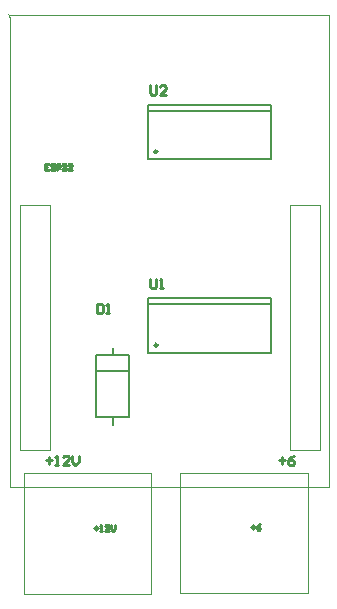
<source format=gbr>
%TF.GenerationSoftware,Altium Limited,Altium Designer,24.7.2 (38)*%
G04 Layer_Color=65535*
%FSLAX45Y45*%
%MOMM*%
%TF.SameCoordinates,2370CFE6-064A-4C8F-A3BC-26C693B17082*%
%TF.FilePolarity,Positive*%
%TF.FileFunction,Legend,Top*%
%TF.Part,Single*%
G01*
G75*
%TA.AperFunction,NonConductor*%
%ADD10C,0.25400*%
%ADD22C,0.10000*%
%ADD23C,0.25000*%
%ADD24C,0.20000*%
D10*
X736223Y3710484D02*
X702900D01*
Y3660500D01*
X736223D01*
X702900Y3685492D02*
X719561D01*
X786206Y3702153D02*
X777876Y3710484D01*
X761214D01*
X752884Y3702153D01*
Y3693822D01*
X761214Y3685492D01*
X777876D01*
X786206Y3677161D01*
Y3668831D01*
X777876Y3660500D01*
X761214D01*
X752884Y3668831D01*
X802867Y3660500D02*
Y3710484D01*
X827859D01*
X836190Y3702153D01*
Y3685492D01*
X827859Y3677161D01*
X802867D01*
X852851Y3702153D02*
X861182Y3710484D01*
X877843D01*
X886173Y3702153D01*
Y3693822D01*
X877843Y3685492D01*
X869512D01*
X877843D01*
X886173Y3677161D01*
Y3668831D01*
X877843Y3660500D01*
X861182D01*
X852851Y3668831D01*
X936157Y3660500D02*
X902835D01*
X936157Y3693822D01*
Y3702153D01*
X927826Y3710484D01*
X911165D01*
X902835Y3702153D01*
X2446300Y634592D02*
X2479623D01*
X2462961Y651253D02*
Y617931D01*
X2529606Y659584D02*
X2512945Y651253D01*
X2496284Y634592D01*
Y617931D01*
X2504614Y609600D01*
X2521276D01*
X2529606Y617931D01*
Y626261D01*
X2521276Y634592D01*
X2496284D01*
X1121400Y630392D02*
X1154723D01*
X1138061Y647053D02*
Y613731D01*
X1171384Y605400D02*
X1188045D01*
X1179714D01*
Y655384D01*
X1171384Y647053D01*
X1246359Y605400D02*
X1213037D01*
X1246359Y638723D01*
Y647053D01*
X1238029Y655384D01*
X1221368D01*
X1213037Y647053D01*
X1263021Y655384D02*
Y622061D01*
X1279682Y605400D01*
X1296343Y622061D01*
Y655384D01*
X1595120Y4375114D02*
Y4308469D01*
X1608449Y4295140D01*
X1635107D01*
X1648436Y4308469D01*
Y4375114D01*
X1728410Y4295140D02*
X1675094D01*
X1728410Y4348456D01*
Y4361785D01*
X1715081Y4375114D01*
X1688423D01*
X1675094Y4361785D01*
X1595120Y2736814D02*
Y2670169D01*
X1608449Y2656840D01*
X1635107D01*
X1648436Y2670169D01*
Y2736814D01*
X1675094Y2656840D02*
X1701752D01*
X1688423D01*
Y2736814D01*
X1675094Y2723485D01*
X710045Y1200000D02*
X763361D01*
X736703Y1226658D02*
Y1173342D01*
X790020Y1160013D02*
X816678D01*
X803349D01*
Y1239987D01*
X790020Y1226658D01*
X909981Y1160013D02*
X856665D01*
X909981Y1213329D01*
Y1226658D01*
X896652Y1239987D01*
X869994D01*
X856665Y1226658D01*
X936639Y1239987D02*
Y1186671D01*
X963297Y1160013D01*
X989955Y1186671D01*
Y1239987D01*
X2683355Y1200000D02*
X2736671D01*
X2710013Y1226658D02*
Y1173342D01*
X2816645Y1239987D02*
X2789987Y1226658D01*
X2763329Y1200000D01*
Y1173342D01*
X2776658Y1160013D01*
X2803316D01*
X2816645Y1173342D01*
Y1186671D01*
X2803316Y1200000D01*
X2763329D01*
X1143000Y2525994D02*
Y2446020D01*
X1182987D01*
X1196316Y2459349D01*
Y2512665D01*
X1182987Y2525994D01*
X1143000D01*
X1222974Y2446020D02*
X1249632D01*
X1236303D01*
Y2525994D01*
X1222974Y2512665D01*
D22*
X407500Y4950958D02*
G03*
X397500Y4975100I-34142J0D01*
G01*
X497500Y3365100D02*
X747500D01*
X497500Y1285100D02*
Y3365100D01*
Y1285100D02*
X747500D01*
Y3365100D01*
X3107500Y975100D02*
Y4975100D01*
X397500D02*
X3107500D01*
X407500Y975100D02*
Y4950958D01*
Y975100D02*
X3107500D01*
X2783500Y3365100D02*
X3033500D01*
X2783500Y1285100D02*
Y3365100D01*
Y1285100D02*
X3033500D01*
Y3365100D01*
X1850900Y1094200D02*
X2930900D01*
X1850900Y74200D02*
Y1094200D01*
Y74200D02*
X2930900D01*
Y1094200D01*
X526000Y1090000D02*
X1606000D01*
X526000Y70000D02*
Y1090000D01*
Y70000D02*
X1606000D01*
Y1090000D01*
D23*
X1657500Y3814300D02*
G03*
X1657500Y3814300I-12500J0D01*
G01*
Y2176000D02*
G03*
X1657500Y2176000I-12500J0D01*
G01*
D24*
X1580000Y4159300D02*
X2620000D01*
X1580000Y3749300D02*
Y4209300D01*
X1580000Y3749300D02*
X2620000D01*
Y4209300D01*
X1580000D02*
X2620000D01*
X1580000Y2521000D02*
X2620000D01*
X1580000Y2111000D02*
Y2571000D01*
X1580000Y2111000D02*
X2620000D01*
Y2571000D01*
X1580000D02*
X2620000D01*
X1144900Y1958800D02*
X1410900D01*
X1277900Y1502300D02*
Y1568800D01*
Y2088800D02*
Y2155300D01*
X1137900Y2088800D02*
X1417900D01*
X1137900Y1568800D02*
Y2088800D01*
Y1568800D02*
X1417900D01*
Y2088800D01*
%TF.MD5,c44b996733fbe3cf5299fbb7ff608de8*%
M02*

</source>
